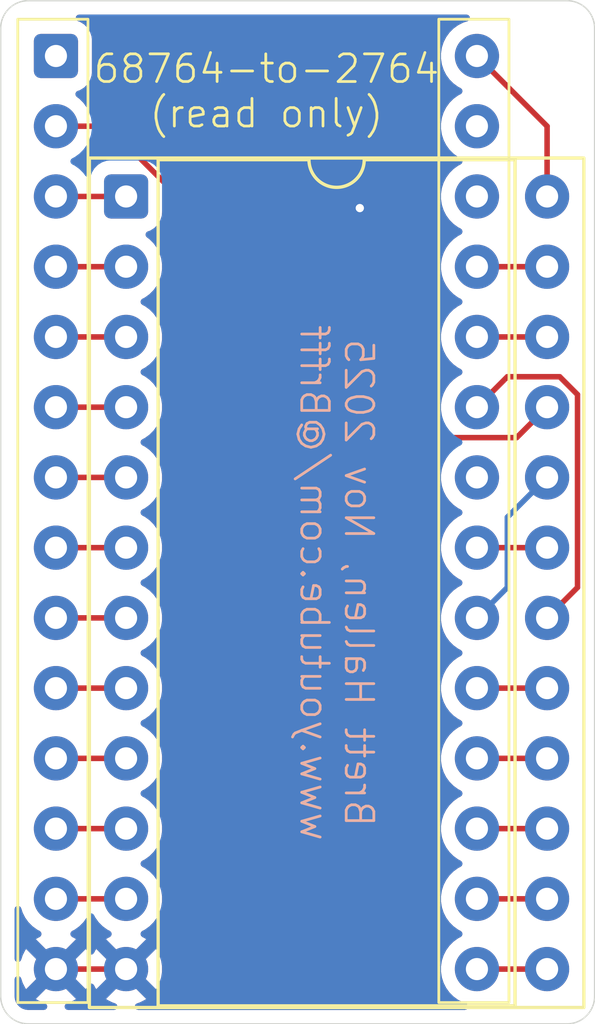
<source format=kicad_pcb>
(kicad_pcb (version 20241229) (generator "pcbnew") (generator_version "9.0")
  (title_block (title "68764-to-2764 EPROM Converter") (date "25/NOV/2025") (rev "A") (company "Brett Hallen") (comment 1 "www.youtube.com/@Brfff") (comment 4 "To read a 68764 as a 2764 in a modern EPROM programmer"))
  (layers (0 "F.Cu" signal) (2 "B.Cu" signal) (13 "F.Paste" user) (15 "B.Paste" user) (5 "F.SilkS" user "F.Silkscreen") (7 "B.SilkS" user "B.Silkscreen") (1 "F.Mask" user) (3 "B.Mask" user) (25 "Edge.Cuts" user))
  (net 0 "")
  (net 1 "/A0")
  (net 2 "/~{CE}")
  (net 3 "/D0")
  (net 4 "/A12")
  (net 5 "/D4")
  (net 6 "/A9")
  (net 7 "/D1")
  (net 8 "/A10")
  (net 9 "/A3")
  (net 10 "/A6")
  (net 11 "/A8")
  (net 12 "/A4")
  (net 13 "/A1")
  (net 14 "/D3")
  (net 15 "/A2")
  (net 16 "V_{CC}")
  (net 17 "GND")
  (net 18 "/D6")
  (net 19 "/A5")
  (net 20 "/A11")
  (net 21 "/D2")
  (net 22 "/D5")
  (net 23 "/D7")
  (net 24 "/A7")
  (footprint "Package_DIP:DIP-24_W15.24mm_Socket" (layer "F.Cu") (at 72.951116 50.43)
    (property "Reference" "U1" (hide yes))
    (property "Value" "MCM68764_EPROM" (hide yes))
    (fp_line (start 1.16 -1.33) (end 1.16 29.27) (stroke (width 0.12)) (layer "F.SilkS"))
    (fp_line (start 1.16 29.27) (end 14.08 29.27) (stroke (width 0.12)) (layer "F.SilkS"))
    (fp_line (start 6.62 -1.33) (end 1.16 -1.33) (stroke (width 0.12)) (layer "F.SilkS"))
    (fp_line (start 14.08 -1.33) (end 8.62 -1.33) (stroke (width 0.12)) (layer "F.SilkS"))
    (fp_line (start 14.08 29.27) (end 14.08 -1.33) (stroke (width 0.12)) (layer "F.SilkS"))
    (fp_rect (start -1.33 -1.39) (end 16.57 29.33) (stroke (width 0.12)) (fill no) (layer "F.SilkS"))
    (fp_arc (start 8.62 -1.33) (mid 7.62 -0.33) (end 6.62 -1.33) (stroke (width 0.12)) (layer "F.SilkS"))
    (pad "1" thru_hole roundrect (at 0 0) (size 1.6 1.6) (drill 0.8) (layers "*.Cu" "*.Mask") (roundrect_rratio 0.15625) (net 24 "/A7"))
    (pad "2" thru_hole circle (at 0 2.54) (size 1.6 1.6) (drill 0.8) (layers "*.Cu" "*.Mask") (net 10 "/A6"))
    (pad "3" thru_hole circle (at 0 5.08) (size 1.6 1.6) (drill 0.8) (layers "*.Cu" "*.Mask") (net 19 "/A5"))
    (pad "4" thru_hole circle (at 0 7.62) (size 1.6 1.6) (drill 0.8) (layers "*.Cu" "*.Mask") (net 12 "/A4"))
    (pad "5" thru_hole circle (at 0 10.16) (size 1.6 1.6) (drill 0.8) (layers "*.Cu" "*.Mask") (net 9 "/A3"))
    (pad "6" thru_hole circle (at 0 12.7) (size 1.6 1.6) (drill 0.8) (layers "*.Cu" "*.Mask") (net 15 "/A2"))
    (pad "7" thru_hole circle (at 0 15.24) (size 1.6 1.6) (drill 0.8) (layers "*.Cu" "*.Mask") (net 13 "/A1"))
    (pad "8" thru_hole circle (at 0 17.78) (size 1.6 1.6) (drill 0.8) (layers "*.Cu" "*.Mask") (net 1 "/A0"))
    (pad "9" thru_hole circle (at 0 20.32) (size 1.6 1.6) (drill 0.8) (layers "*.Cu" "*.Mask") (net 3 "/D0"))
    (pad "10" thru_hole circle (at 0 22.86) (size 1.6 1.6) (drill 0.8) (layers "*.Cu" "*.Mask") (net 7 "/D1"))
    (pad "11" thru_hole circle (at 0 25.4) (size 1.6 1.6) (drill 0.8) (layers "*.Cu" "*.Mask") (net 21 "/D2"))
    (pad "12" thru_hole circle (at 0 27.94) (size 1.6 1.6) (drill 0.8) (layers "*.Cu" "*.Mask") (net 17 "GND"))
    (pad "13" thru_hole circle (at 15.24 27.94) (size 1.6 1.6) (drill 0.8) (layers "*.Cu" "*.Mask") (net 14 "/D3"))
    (pad "14" thru_hole circle (at 15.24 25.4) (size 1.6 1.6) (drill 0.8) (layers "*.Cu" "*.Mask") (net 5 "/D4"))
    (pad "15" thru_hole circle (at 15.24 22.86) (size 1.6 1.6) (drill 0.8) (layers "*.Cu" "*.Mask") (net 22 "/D5"))
    (pad "16" thru_hole circle (at 15.24 20.32) (size 1.6 1.6) (drill 0.8) (layers "*.Cu" "*.Mask") (net 18 "/D6"))
    (pad "17" thru_hole circle (at 15.24 17.78) (size 1.6 1.6) (drill 0.8) (layers "*.Cu" "*.Mask") (net 23 "/D7"))
    (pad "18" thru_hole circle (at 15.24 15.24) (size 1.6 1.6) (drill 0.8) (layers "*.Cu" "*.Mask") (net 20 "/A11"))
    (pad "19" thru_hole circle (at 15.24 12.7) (size 1.6 1.6) (drill 0.8) (layers "*.Cu" "*.Mask") (net 8 "/A10"))
    (pad "20" thru_hole circle (at 15.24 10.16) (size 1.6 1.6) (drill 0.8) (layers "*.Cu" "*.Mask") (net 2 "/~{CE}"))
    (pad "21" thru_hole circle (at 15.24 7.62) (size 1.6 1.6) (drill 0.8) (layers "*.Cu" "*.Mask") (net 4 "/A12"))
    (pad "22" thru_hole circle (at 15.24 5.08) (size 1.6 1.6) (drill 0.8) (layers "*.Cu" "*.Mask") (net 6 "/A9"))
    (pad "23" thru_hole circle (at 15.24 2.54) (size 1.6 1.6) (drill 0.8) (layers "*.Cu" "*.Mask") (net 11 "/A8"))
    (pad "24" thru_hole circle (at 15.24 0) (size 1.6 1.6) (drill 0.8) (layers "*.Cu" "*.Mask") (net 16 "V_{CC}"))
  )
  (footprint "Clueless_Engineer:DIP-28_Adapter" (layer "F.Cu") (at 70.411116 45.35)
    (property "Reference" "U2" (hide yes))
    (property "Value" "2764" (hide yes))
    (fp_rect (start -1.38 -1.33) (end 1.16 34.23) (stroke (width 0.1)) (fill no) (layer "F.SilkS"))
    (fp_rect (start 13.86 -1.33) (end 16.4 34.23) (stroke (width 0.1)) (fill no) (layer "F.SilkS"))
    (pad "1" thru_hole roundrect (at 0 0) (size 1.6 1.6) (drill 0.8) (layers "*.Cu" "*.Mask") (roundrect_rratio 0.15625))
    (pad "2" thru_hole circle (at 0 2.54) (size 1.6 1.6) (drill 0.8) (layers "*.Cu" "*.Mask") (net 4 "/A12"))
    (pad "3" thru_hole circle (at 0 5.08) (size 1.6 1.6) (drill 0.8) (layers "*.Cu" "*.Mask") (net 24 "/A7"))
    (pad "4" thru_hole circle (at 0 7.62) (size 1.6 1.6) (drill 0.8) (layers "*.Cu" "*.Mask") (net 10 "/A6"))
    (pad "5" thru_hole circle (at 0 10.16) (size 1.6 1.6) (drill 0.8) (layers "*.Cu" "*.Mask") (net 19 "/A5"))
    (pad "6" thru_hole circle (at 0 12.7) (size 1.6 1.6) (drill 0.8) (layers "*.Cu" "*.Mask") (net 12 "/A4"))
    (pad "7" thru_hole circle (at 0 15.24) (size 1.6 1.6) (drill 0.8) (layers "*.Cu" "*.Mask") (net 9 "/A3"))
    (pad "8" thru_hole circle (at 0 17.78) (size 1.6 1.6) (drill 0.8) (layers "*.Cu" "*.Mask") (net 15 "/A2"))
    (pad "9" thru_hole circle (at 0 20.32) (size 1.6 1.6) (drill 0.8) (layers "*.Cu" "*.Mask") (net 13 "/A1"))
    (pad "10" thru_hole circle (at 0 22.86) (size 1.6 1.6) (drill 0.8) (layers "*.Cu" "*.Mask") (net 1 "/A0"))
    (pad "11" thru_hole circle (at 0 25.4) (size 1.6 1.6) (drill 0.8) (layers "*.Cu" "*.Mask") (net 3 "/D0"))
    (pad "12" thru_hole circle (at 0 27.94) (size 1.6 1.6) (drill 0.8) (layers "*.Cu" "*.Mask") (net 7 "/D1"))
    (pad "13" thru_hole circle (at 0 30.48) (size 1.6 1.6) (drill 0.8) (layers "*.Cu" "*.Mask") (net 21 "/D2"))
    (pad "14" thru_hole circle (at 0 33.02) (size 1.6 1.6) (drill 0.8) (layers "*.Cu" "*.Mask") (net 17 "GND"))
    (pad "15" thru_hole circle (at 15.24 33.02) (size 1.6 1.6) (drill 0.8) (layers "*.Cu" "*.Mask") (net 14 "/D3"))
    (pad "16" thru_hole circle (at 15.24 30.48) (size 1.6 1.6) (drill 0.8) (layers "*.Cu" "*.Mask") (net 5 "/D4"))
    (pad "17" thru_hole circle (at 15.24 27.94) (size 1.6 1.6) (drill 0.8) (layers "*.Cu" "*.Mask") (net 22 "/D5"))
    (pad "18" thru_hole circle (at 15.24 25.4) (size 1.6 1.6) (drill 0.8) (layers "*.Cu" "*.Mask") (net 18 "/D6"))
    (pad "19" thru_hole circle (at 15.24 22.86) (size 1.6 1.6) (drill 0.8) (layers "*.Cu" "*.Mask") (net 23 "/D7"))
    (pad "20" thru_hole circle (at 15.24 20.32) (size 1.6 1.6) (drill 0.8) (layers "*.Cu" "*.Mask") (net 2 "/~{CE}"))
    (pad "21" thru_hole circle (at 15.24 17.78) (size 1.6 1.6) (drill 0.8) (layers "*.Cu" "*.Mask") (net 8 "/A10"))
    (pad "22" thru_hole circle (at 15.24 15.24) (size 1.6 1.6) (drill 0.8) (layers "*.Cu" "*.Mask"))
    (pad "23" thru_hole circle (at 15.24 12.7) (size 1.6 1.6) (drill 0.8) (layers "*.Cu" "*.Mask") (net 20 "/A11"))
    (pad "24" thru_hole circle (at 15.24 10.16) (size 1.6 1.6) (drill 0.8) (layers "*.Cu" "*.Mask") (net 6 "/A9"))
    (pad "25" thru_hole circle (at 15.24 7.62) (size 1.6 1.6) (drill 0.8) (layers "*.Cu" "*.Mask") (net 11 "/A8"))
    (pad "26" thru_hole circle (at 15.24 5.08) (size 1.6 1.6) (drill 0.8) (layers "*.Cu" "*.Mask"))
    (pad "27" thru_hole circle (at 15.24 2.54) (size 1.6 1.6) (drill 0.8) (layers "*.Cu" "*.Mask"))
    (pad "28" thru_hole circle (at 15.24 0) (size 1.6 1.6) (drill 0.8) (layers "*.Cu" "*.Mask") (net 16 "V_{CC}"))
  )
  (gr_line (start 68.411116 79.35) (end 68.411116 44.35) (stroke (width 0.05)) (layer "Edge.Cuts"))
  (gr_arc (start 68.411116 44.35) (mid 68.704009 43.642893) (end 69.411116 43.35) (stroke (width 0.05)) (layer "Edge.Cuts"))
  (gr_arc (start 69.411116 80.35) (mid 68.704009 80.057107) (end 68.411116 79.35) (stroke (width 0.05)) (layer "Edge.Cuts"))
  (gr_line (start 89.911116 44.35) (end 89.911116 79.35) (stroke (width 0.05)) (layer "Edge.Cuts"))
  (gr_line (start 69.411116 43.35) (end 88.911116 43.35) (stroke (width 0.05)) (layer "Edge.Cuts"))
  (gr_line (start 88.911116 80.35) (end 69.411116 80.35) (stroke (width 0.05)) (layer "Edge.Cuts"))
  (gr_arc (start 88.911116 43.35) (mid 89.618223 43.642893) (end 89.911116 44.35) (stroke (width 0.05)) (layer "Edge.Cuts"))
  (gr_arc (start 89.911116 79.35) (mid 89.618223 80.057108) (end 88.911116 80.35) (stroke (width 0.05)) (layer "Edge.Cuts"))
  (gr_text "68764-to-2764\n(read only)" (at 78.031116 46.62 0) (layer "F.SilkS") (effects (font (size 1 1) (thickness 0.1))))
  (gr_text "Brett Hallen, Nov 2025\nwww.youtube.com/@Brfff" (at 80.571116 64.405 270) (layer "B.SilkS") (effects (font (size 1 1) (thickness 0.1)) (justify mirror)))
  (segment (start 70.411116 68.21) (end 72.951116 68.21) (width 0.2) (layer "F.Cu") (net 1))
  (segment (start 88.191116 60.59) (end 86.752116 62.029) (width 0.2) (layer "B.Cu") (net 2))
  (segment (start 86.752116 64.569) (end 85.651116 65.67) (width 0.2) (layer "B.Cu") (net 2))
  (segment (start 86.752116 62.029) (end 86.752116 64.569) (width 0.2) (layer "B.Cu") (net 2))
  (segment (start 70.411116 70.75) (end 72.951116 70.75) (width 0.2) (layer "F.Cu") (net 3))
  (segment (start 83.558276 59.151) (end 87.090116 59.151) (width 0.2) (layer "F.Cu") (net 4))
  (segment (start 87.090116 59.151) (end 88.191116 58.05) (width 0.2) (layer "F.Cu") (net 4))
  (segment (start 72.297276 47.89) (end 83.558276 59.151) (width 0.2) (layer "F.Cu") (net 4))
  (segment (start 70.411116 47.89) (end 72.297276 47.89) (width 0.2) (layer "F.Cu") (net 4))
  (segment (start 88.191116 75.83) (end 85.651116 75.83) (width 0.2) (layer "F.Cu") (net 5))
  (segment (start 85.651116 55.51) (end 88.191116 55.51) (width 0.2) (layer "F.Cu") (net 6))
  (segment (start 70.411116 73.29) (end 72.951116 73.29) (width 0.2) (layer "F.Cu") (net 7))
  (segment (start 85.651116 63.13) (end 88.191116 63.13) (width 0.2) (layer "F.Cu") (net 8))
  (segment (start 70.411116 60.59) (end 72.951116 60.59) (width 0.2) (layer "F.Cu") (net 9))
  (segment (start 70.411116 52.97) (end 72.951116 52.97) (width 0.2) (layer "F.Cu") (net 10))
  (segment (start 85.651116 52.97) (end 88.191116 52.97) (width 0.2) (layer "F.Cu") (net 11))
  (segment (start 70.411116 58.05) (end 72.951116 58.05) (width 0.2) (layer "F.Cu") (net 12))
  (segment (start 70.411116 65.67) (end 72.951116 65.67) (width 0.2) (layer "F.Cu") (net 13))
  (segment (start 85.651116 78.37) (end 88.191116 78.37) (width 0.2) (layer "F.Cu") (net 14))
  (segment (start 70.411116 63.13) (end 72.951116 63.13) (width 0.2) (layer "F.Cu") (net 15))
  (segment (start 88.191116 47.89) (end 88.191116 50.43) (width 0.2) (layer "F.Cu") (net 16))
  (segment (start 85.651116 45.35) (end 88.191116 47.89) (width 0.2) (layer "F.Cu") (net 16))
  (segment (start 70.411116 78.37) (end 72.951116 78.37) (width 0.2) (layer "F.Cu") (net 17))
  (via (at 81.411116 50.85) (size 0.6) (drill 0.3) (layers "F.Cu" "B.Cu") (net 17))
  (segment (start 88.191116 70.75) (end 85.651116 70.75) (width 0.2) (layer "F.Cu") (net 18))
  (segment (start 70.411116 55.51) (end 72.951116 55.51) (width 0.2) (layer "F.Cu") (net 19))
  (segment (start 86.752116 56.949) (end 85.651116 58.05) (width 0.2) (layer "F.Cu") (net 20))
  (segment (start 88.647166 56.949) (end 86.752116 56.949) (width 0.2) (layer "F.Cu") (net 20))
  (segment (start 89.292116 64.569) (end 89.292116 57.59395) (width 0.2) (layer "F.Cu") (net 20))
  (segment (start 88.191116 65.67) (end 89.292116 64.569) (width 0.2) (layer "F.Cu") (net 20))
  (segment (start 89.292116 57.59395) (end 88.647166 56.949) (width 0.2) (layer "F.Cu") (net 20))
  (segment (start 70.411116 75.83) (end 72.951116 75.83) (width 0.2) (layer "F.Cu") (net 21))
  (segment (start 85.651116 73.29) (end 88.191116 73.29) (width 0.2) (layer "F.Cu") (net 22))
  (segment (start 85.651116 68.21) (end 88.191116 68.21) (width 0.2) (layer "F.Cu") (net 23))
  (segment (start 70.411116 50.43) (end 72.951116 50.43) (width 0.2) (layer "F.Cu") (net 24))
  (zone (net 17) (net_name "GND") (layers "F.Cu" "B.Cu") (connect_pads (clearance 0.5)) (min_thickness 0.25) (fill yes (thermal_gap 0.5) (thermal_bridge_width 0.5))
    (polygon (pts (xy 68.411116 43.35) (xy 89.911116 43.35) (xy 89.911116 80.35) (xy 68.411116 80.35)))
  )
)
</source>
